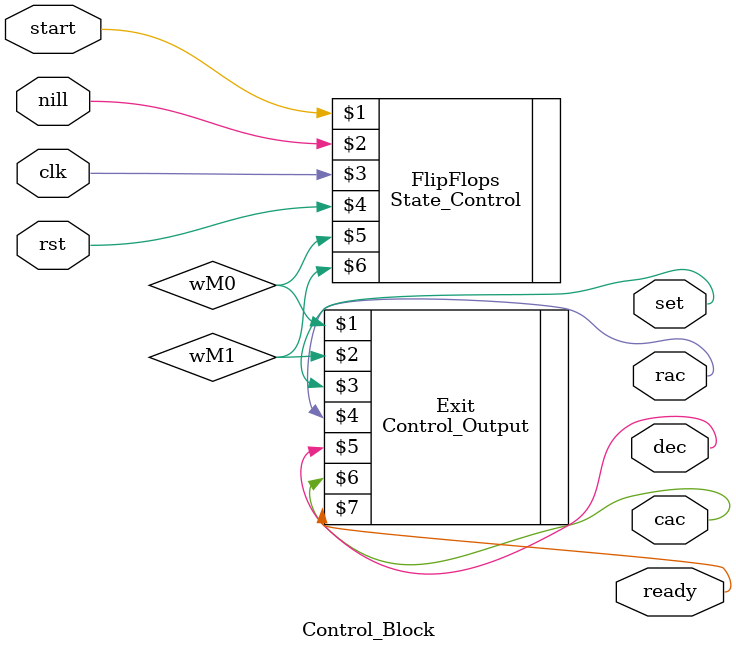
<source format=v>
`include "State_Control.v"
`include "Control_Output.v"

module Control_Block(
    input start, nill, clk, rst,
    output set, rac, dec, cac, ready
);
    wire wM0, wM1;
    State_Control FlipFlops(start, nill, clk, rst, wM0, wM1);
    Control_Output Exit(wM0, wM1, set, rac, dec, cac, ready);
endmodule



</source>
